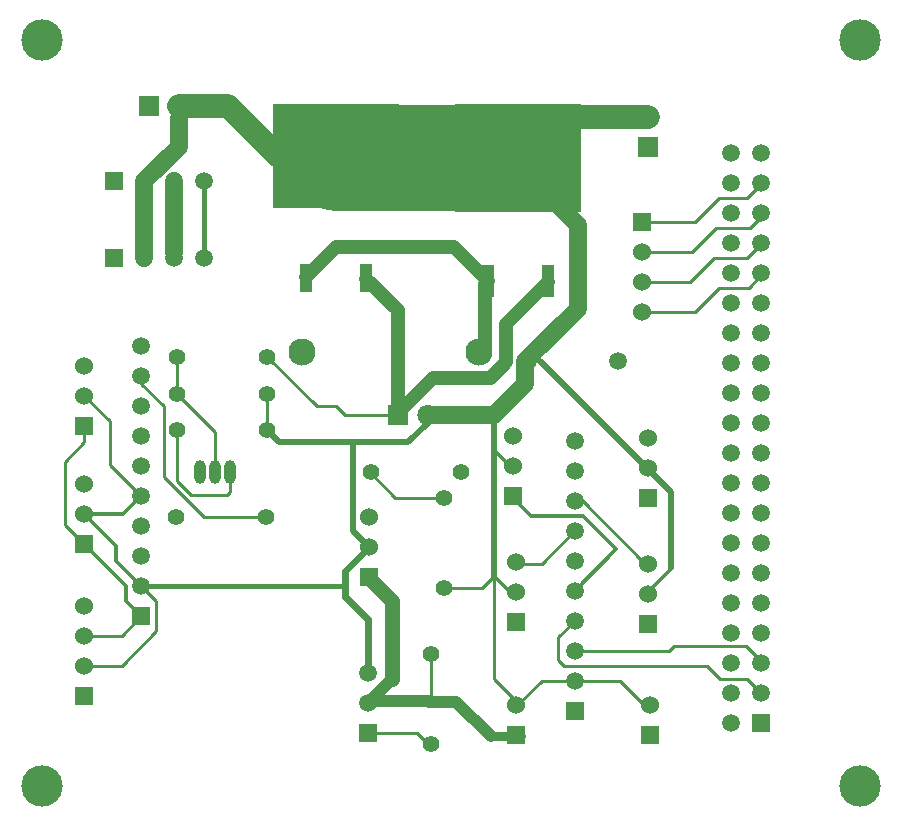
<source format=gbr>
%TF.GenerationSoftware,Altium Limited,Altium Designer,18.1.11 (251)*%
G04 Layer_Physical_Order=2*
G04 Layer_Color=39423*
%FSLAX45Y45*%
%MOMM*%
%TF.FileFunction,Copper,L2,Bot,Signal*%
%TF.Part,Single*%
G01*
G75*
%TA.AperFunction,Conductor*%
%ADD10C,0.25400*%
%ADD11C,0.40000*%
%ADD12C,1.50000*%
%ADD14C,1.20000*%
%ADD15C,0.35000*%
%TA.AperFunction,ComponentPad*%
%ADD16C,1.50000*%
%ADD17C,1.52400*%
%ADD18R,1.52400X1.52400*%
%ADD19R,1.80000X1.80000*%
%ADD20C,1.80000*%
%ADD21O,1.00000X2.00000*%
%ADD22O,1.00000X2.00000*%
%ADD23R,1.80000X1.80000*%
%ADD24C,1.40000*%
%ADD25R,1.50000X1.50000*%
%ADD26C,2.30000*%
%ADD27R,1.50000X1.50000*%
%TA.AperFunction,ViaPad*%
%ADD28C,3.50000*%
%TA.AperFunction,SMDPad,CuDef*%
%ADD29R,1.05000X2.40000*%
%ADD30R,10.65000X8.90000*%
%ADD31R,10.70000X9.20000*%
%ADD32R,1.10000X2.70000*%
%TA.AperFunction,Conductor*%
%ADD33C,0.60000*%
%ADD34C,0.45000*%
%ADD35C,0.30000*%
%ADD36C,0.50000*%
%ADD37C,2.00000*%
%ADD38C,0.75000*%
%ADD39C,1.00000*%
%ADD40C,1.25000*%
%ADD41C,9.00000*%
D10*
X1066800Y1117600D02*
X1384300D01*
X1676400Y1409700D01*
Y1663700D01*
X1549400Y1790700D01*
Y1536700D02*
X1384300Y1371600D01*
X1066800D01*
Y2146300D02*
X901700Y2311400D01*
Y2842610D01*
X1066800Y3007710D01*
Y3149600D01*
X1282700Y2819400D02*
X1549400Y2552700D01*
X1739900Y2717698D02*
X2082698Y2374900D01*
X2603500D01*
X2299906Y2592006D02*
Y2755900D01*
Y2592006D02*
X2273300Y2565400D01*
X1968500D01*
X1854200Y2679700D01*
Y3111500D01*
X2172906Y3097594D02*
Y2755900D01*
X2616200Y3111500D02*
Y3416300D01*
Y3733800D02*
X3035300Y3314700D01*
X3200400D01*
X3276600Y3238500D01*
X3721100D01*
X3975100D02*
Y3175000D01*
X3698501Y2540000D02*
X4114800D01*
X4533900Y2946400D02*
X4673600Y2806700D01*
X5219700Y2527300D02*
X5270398D01*
X5816600Y1981098D01*
Y1727200D02*
X6032398Y1942998D01*
X6057900Y1282700D02*
X6667500D01*
X6769100Y1181100D01*
X6680200Y1003300D02*
X6794500Y889000D01*
X6680200Y1003300D02*
X6451600D01*
X6337300Y1117600D01*
X5130800D01*
X5080000Y1168400D01*
Y1358798D01*
X5219700Y1498498D01*
Y1244498D02*
X6019698D01*
X6057900Y1282700D01*
X5600598Y990600D02*
X5816600Y774598D01*
X5600598Y990600D02*
X5194300D01*
X5219700Y990498D02*
X4940198D01*
X4749800Y800100D01*
X4762500Y774700D02*
X4533900Y1003300D01*
Y1879600D01*
X4686300Y1727200D01*
X4940198Y1981098D02*
X5207000Y2247900D01*
X4940198Y1981098D02*
X4699000D01*
X4533900Y1879600D02*
X4432300Y1778000D01*
X4114800D01*
X4000500Y1219200D02*
Y847700D01*
X3975100Y822300D01*
X3886200Y546100D02*
X3975100Y457200D01*
X4000500D01*
X3886200Y546100D02*
X3467100D01*
Y800100D02*
X3489300Y822300D01*
X3479749Y2120849D02*
X3479800Y2120900D01*
X3698501Y2540000D02*
X3492500Y2746001D01*
Y2756172D01*
X4381500Y3759200D02*
X4457700Y3835400D01*
X4800600Y3695700D02*
X4826000D01*
X4927600D01*
X5791200Y4114800D02*
X6235700D01*
X6438900Y4318000D01*
X6692900D01*
X6832600Y4457700D01*
X6680200Y4572000D02*
X6781800Y4673600D01*
X6680200Y4572000D02*
X6400800D01*
X6197600Y4368800D01*
X5791200D01*
Y4622800D02*
X6210300D01*
X6413500Y4826000D01*
X6705600D01*
X6794500Y4914900D01*
X6680200Y5080000D02*
X6794500Y5194300D01*
X6680200Y5080000D02*
X6438900D01*
X6235700Y4876800D01*
X5791200D01*
X5257800Y5765800D02*
X4911940Y5419940D01*
X4737100D01*
X3200400Y5434940D02*
X2705760D01*
X1866900Y5854700D02*
Y5765800D01*
X1574800Y4572000D02*
Y4533900D01*
X1828800Y4610100D02*
X1841500Y4597400D01*
X1549400Y3568700D02*
Y3505200D01*
X1739900Y3314700D01*
Y2717698D01*
X1282700Y2819400D02*
Y3187700D01*
X1066800Y3403600D01*
X1854200Y3416300D02*
X2172906Y3097594D01*
X1854200Y3416300D02*
Y3733800D01*
D11*
X2082800Y4584700D02*
Y5219700D01*
D12*
X3975100Y3238500D02*
X4533900D01*
X4800600Y3505200D01*
Y3695700D01*
X5245100Y4140200D01*
Y4851400D01*
X4724400Y5372100D01*
X1866900Y5753100D02*
Y5511800D01*
X1574800Y5219700D01*
Y4572000D01*
X1828800Y4610100D02*
Y5219700D01*
D14*
X3721100Y3238500D02*
Y3254624D01*
Y4127500D01*
X3454400Y4394200D01*
X3200400Y4660900D02*
X4197143D01*
X4483100Y4374943D01*
X4457700Y4349543D01*
Y3835400D01*
X4508500Y3556000D02*
X4640200Y3687700D01*
Y3762140D01*
X4635500Y3766840D01*
Y4013200D01*
X4991100Y4368800D01*
X4508500Y3556000D02*
X4022476D01*
X3721100Y3254624D01*
X2946400Y4406900D02*
X3200400Y4660900D01*
D15*
X1549400Y1790700D02*
X1333500Y2006600D01*
Y2133600D01*
X1066800Y2400300D01*
X1397000D01*
X1549400Y2552700D01*
X4699000Y2540000D02*
X4851400Y2387600D01*
X5287558D01*
X5571180Y2103978D01*
X5219700Y1752498D01*
D16*
X1549400Y1790700D02*
D03*
Y2044700D02*
D03*
Y2298700D02*
D03*
Y2552700D02*
D03*
Y2806700D02*
D03*
Y3060700D02*
D03*
Y3314700D02*
D03*
Y3568700D02*
D03*
Y3822700D02*
D03*
X2082800Y4572000D02*
D03*
X1828800D02*
D03*
X1574800D02*
D03*
X2082800Y5219700D02*
D03*
X1828800D02*
D03*
X1574800D02*
D03*
X4826000Y3695700D02*
D03*
X5219700Y3022498D02*
D03*
Y2768498D02*
D03*
Y2514498D02*
D03*
Y2260498D02*
D03*
Y2006498D02*
D03*
Y1752498D02*
D03*
Y1498498D02*
D03*
Y1244498D02*
D03*
Y990498D02*
D03*
X6540500Y635000D02*
D03*
X6794500Y889000D02*
D03*
Y1143000D02*
D03*
Y1397000D02*
D03*
Y1651000D02*
D03*
Y1905000D02*
D03*
Y2159000D02*
D03*
Y2413000D02*
D03*
Y2667000D02*
D03*
Y2921000D02*
D03*
Y3175000D02*
D03*
Y3429000D02*
D03*
Y3683000D02*
D03*
Y3937000D02*
D03*
Y4191000D02*
D03*
Y4445000D02*
D03*
Y4699000D02*
D03*
Y4953000D02*
D03*
Y5207000D02*
D03*
Y5461000D02*
D03*
X6540500D02*
D03*
Y5207000D02*
D03*
Y4953000D02*
D03*
Y4699000D02*
D03*
Y4445000D02*
D03*
Y4191000D02*
D03*
Y3937000D02*
D03*
Y3683000D02*
D03*
Y3429000D02*
D03*
Y3175000D02*
D03*
Y2921000D02*
D03*
Y2667000D02*
D03*
Y2413000D02*
D03*
Y2159000D02*
D03*
Y1905000D02*
D03*
Y1651000D02*
D03*
Y1397000D02*
D03*
Y1143000D02*
D03*
Y889000D02*
D03*
X5588000Y3695700D02*
D03*
X3467100Y1054100D02*
D03*
Y800100D02*
D03*
D17*
X1066800Y1117600D02*
D03*
Y1371600D02*
D03*
Y1625600D02*
D03*
Y2400300D02*
D03*
Y2654300D02*
D03*
Y3403600D02*
D03*
Y3657600D02*
D03*
X3479800Y2120800D02*
D03*
Y2374800D02*
D03*
X4724400Y1739900D02*
D03*
Y1993900D02*
D03*
Y787400D02*
D03*
X5854700D02*
D03*
X5842000Y1727200D02*
D03*
Y1981200D02*
D03*
Y2794000D02*
D03*
Y3048000D02*
D03*
X5791200Y4114800D02*
D03*
Y4368800D02*
D03*
Y4622800D02*
D03*
X4699000Y3060598D02*
D03*
Y2806598D02*
D03*
D18*
X1066800Y863600D02*
D03*
Y2146300D02*
D03*
Y3149600D02*
D03*
X3479800Y1866800D02*
D03*
X4724400Y533400D02*
D03*
Y1485900D02*
D03*
X5854700Y533400D02*
D03*
X5842000Y1473200D02*
D03*
Y2540000D02*
D03*
X4699000Y2552598D02*
D03*
X5791200Y4876800D02*
D03*
D19*
X3721100Y3238500D02*
D03*
X1612900Y5854700D02*
D03*
D20*
X3975100Y3238500D02*
D03*
X5842000Y5765800D02*
D03*
X1866900Y5854700D02*
D03*
D21*
X2299906Y2755900D02*
D03*
X2045906D02*
D03*
D22*
X2172906Y2755900D02*
D03*
D23*
X5842000Y5511800D02*
D03*
D24*
X1841500Y2374900D02*
D03*
X2603500D02*
D03*
X3492500Y2756172D02*
D03*
X4114800Y1778000D02*
D03*
X4000500Y1219200D02*
D03*
Y457200D02*
D03*
X4114800Y2540000D02*
D03*
X4254500Y2756172D02*
D03*
X2616200Y3733800D02*
D03*
Y3416300D02*
D03*
Y3111500D02*
D03*
X1854200Y3733800D02*
D03*
Y3416300D02*
D03*
Y3111500D02*
D03*
D25*
X1549400Y1536700D02*
D03*
X3467100Y546100D02*
D03*
X5219700Y736498D02*
D03*
X6794500Y635000D02*
D03*
D26*
X2907599Y3771900D02*
D03*
X4407596D02*
D03*
D27*
X1320800Y4572000D02*
D03*
Y5219700D02*
D03*
D28*
X711200Y101600D02*
D03*
Y6413500D02*
D03*
X7632700Y101600D02*
D03*
Y6413500D02*
D03*
D29*
X3454400Y4399941D02*
D03*
X2946400D02*
D03*
D30*
X3200400Y5434940D02*
D03*
D31*
X4737100Y5419940D02*
D03*
D32*
X4483100Y4374943D02*
D03*
X4991100D02*
D03*
D33*
X3276600Y1701800D02*
Y1790700D01*
Y1917700D01*
X3479749Y2120849D01*
X3276600Y1701800D02*
X3467100Y1511300D01*
Y1054100D01*
D34*
X1549400Y1790700D02*
X3276600D01*
D35*
X1549400Y1536700D02*
X1422400Y1663700D01*
Y1790700D01*
X1066800Y2146300D01*
D36*
X2717800Y3009900D02*
X3340100D01*
X3810000D01*
X3975100Y3175000D01*
X4533900Y2946400D02*
Y3238500D01*
Y2946400D02*
Y1879600D01*
X3340100Y3009900D02*
Y2260498D01*
X3479749Y2120849D01*
X2717800Y3009900D02*
X2616200Y3111500D01*
X4927600Y3695700D02*
X5816600Y2806700D01*
Y2806598D02*
X5842000Y2781198D01*
X6032398Y2590800D01*
Y1942998D01*
D37*
X2705760Y5434940D02*
X2286000Y5854700D01*
X1866900D01*
X5257800Y5765800D02*
X5842000D01*
D38*
X4508500Y520700D02*
X4762602D01*
D39*
X3489300Y822300D02*
X3670300Y1003300D01*
X3975100Y822300D02*
X3489300D01*
X3987800Y812800D02*
X4216400D01*
X4508500Y520700D01*
D40*
X3492500Y1841500D02*
X3670300Y1663700D01*
Y1003300D01*
D41*
X4737100Y5419940D02*
X3216060D01*
%TF.MD5,783d1648aa2d9736f772957a21634c1d*%
M02*

</source>
